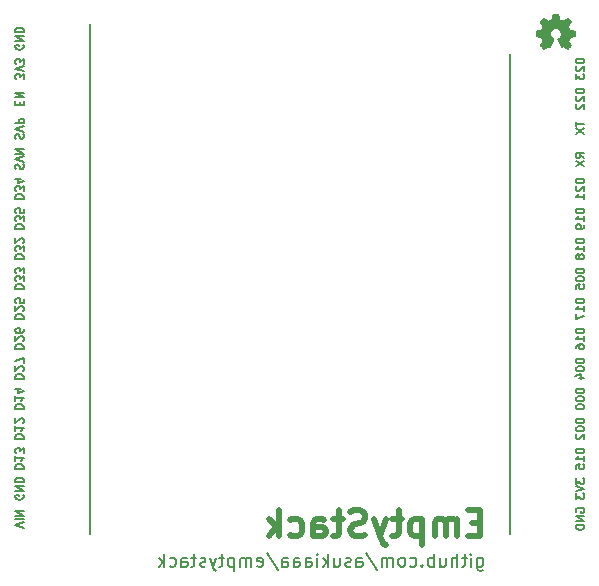
<source format=gbo>
G04 #@! TF.FileFunction,Legend,Bot*
%FSLAX46Y46*%
G04 Gerber Fmt 4.6, Leading zero omitted, Abs format (unit mm)*
G04 Created by KiCad (PCBNEW 4.0.6-e0-6349~52~ubuntu16.10.1) date Fri Apr 28 23:22:40 2017*
%MOMM*%
%LPD*%
G01*
G04 APERTURE LIST*
%ADD10C,0.100000*%
%ADD11C,0.200000*%
%ADD12C,0.500000*%
%ADD13C,0.175000*%
%ADD14C,0.010000*%
%ADD15C,1.924000*%
%ADD16R,2.100000X2.100000*%
%ADD17O,2.100000X2.100000*%
G04 APERTURE END LIST*
D10*
D11*
X189280800Y-72390000D02*
X189280800Y-113017300D01*
X153708100Y-113030000D02*
X153708100Y-69850000D01*
D12*
X186755560Y-112110857D02*
X186022227Y-112110857D01*
X185707941Y-113263238D02*
X186755560Y-113263238D01*
X186755560Y-111063238D01*
X185707941Y-111063238D01*
X184765084Y-113263238D02*
X184765084Y-111796571D01*
X184765084Y-112006095D02*
X184660323Y-111901333D01*
X184450799Y-111796571D01*
X184136513Y-111796571D01*
X183926989Y-111901333D01*
X183822227Y-112110857D01*
X183822227Y-113263238D01*
X183822227Y-112110857D02*
X183717465Y-111901333D01*
X183507942Y-111796571D01*
X183193656Y-111796571D01*
X182984132Y-111901333D01*
X182879370Y-112110857D01*
X182879370Y-113263238D01*
X181831751Y-111796571D02*
X181831751Y-113996571D01*
X181831751Y-111901333D02*
X181622228Y-111796571D01*
X181203180Y-111796571D01*
X180993656Y-111901333D01*
X180888894Y-112006095D01*
X180784132Y-112215619D01*
X180784132Y-112844190D01*
X180888894Y-113053714D01*
X180993656Y-113158476D01*
X181203180Y-113263238D01*
X181622228Y-113263238D01*
X181831751Y-113158476D01*
X180155561Y-111796571D02*
X179317466Y-111796571D01*
X179841275Y-111063238D02*
X179841275Y-112948952D01*
X179736514Y-113158476D01*
X179526990Y-113263238D01*
X179317466Y-113263238D01*
X178793656Y-111796571D02*
X178269847Y-113263238D01*
X177746037Y-111796571D02*
X178269847Y-113263238D01*
X178479371Y-113787048D01*
X178584132Y-113891810D01*
X178793656Y-113996571D01*
X177012704Y-113158476D02*
X176698419Y-113263238D01*
X176174609Y-113263238D01*
X175965085Y-113158476D01*
X175860323Y-113053714D01*
X175755562Y-112844190D01*
X175755562Y-112634667D01*
X175860323Y-112425143D01*
X175965085Y-112320381D01*
X176174609Y-112215619D01*
X176593657Y-112110857D01*
X176803181Y-112006095D01*
X176907942Y-111901333D01*
X177012704Y-111691810D01*
X177012704Y-111482286D01*
X176907942Y-111272762D01*
X176803181Y-111168000D01*
X176593657Y-111063238D01*
X176069847Y-111063238D01*
X175755562Y-111168000D01*
X175126990Y-111796571D02*
X174288895Y-111796571D01*
X174812704Y-111063238D02*
X174812704Y-112948952D01*
X174707943Y-113158476D01*
X174498419Y-113263238D01*
X174288895Y-113263238D01*
X172612704Y-113263238D02*
X172612704Y-112110857D01*
X172717466Y-111901333D01*
X172926990Y-111796571D01*
X173346038Y-111796571D01*
X173555561Y-111901333D01*
X172612704Y-113158476D02*
X172822228Y-113263238D01*
X173346038Y-113263238D01*
X173555561Y-113158476D01*
X173660323Y-112948952D01*
X173660323Y-112739429D01*
X173555561Y-112529905D01*
X173346038Y-112425143D01*
X172822228Y-112425143D01*
X172612704Y-112320381D01*
X170622228Y-113158476D02*
X170831752Y-113263238D01*
X171250800Y-113263238D01*
X171460324Y-113158476D01*
X171565085Y-113053714D01*
X171669847Y-112844190D01*
X171669847Y-112215619D01*
X171565085Y-112006095D01*
X171460324Y-111901333D01*
X171250800Y-111796571D01*
X170831752Y-111796571D01*
X170622228Y-111901333D01*
X169679371Y-113263238D02*
X169679371Y-111063238D01*
X169469848Y-112425143D02*
X168841276Y-113263238D01*
X168841276Y-111796571D02*
X169679371Y-112634667D01*
D13*
X195541067Y-81226834D02*
X195207733Y-80993500D01*
X195541067Y-80826834D02*
X194841067Y-80826834D01*
X194841067Y-81093500D01*
X194874400Y-81160167D01*
X194907733Y-81193500D01*
X194974400Y-81226834D01*
X195074400Y-81226834D01*
X195141067Y-81193500D01*
X195174400Y-81160167D01*
X195207733Y-81093500D01*
X195207733Y-80826834D01*
X194841067Y-81460167D02*
X195541067Y-81926834D01*
X194841067Y-81926834D02*
X195541067Y-81460167D01*
X147384333Y-99910000D02*
X148084333Y-99910000D01*
X148084333Y-99743334D01*
X148051000Y-99643334D01*
X147984333Y-99576667D01*
X147917667Y-99543334D01*
X147784333Y-99510000D01*
X147684333Y-99510000D01*
X147551000Y-99543334D01*
X147484333Y-99576667D01*
X147417667Y-99643334D01*
X147384333Y-99743334D01*
X147384333Y-99910000D01*
X148017667Y-99243334D02*
X148051000Y-99210000D01*
X148084333Y-99143334D01*
X148084333Y-98976667D01*
X148051000Y-98910000D01*
X148017667Y-98876667D01*
X147951000Y-98843334D01*
X147884333Y-98843334D01*
X147784333Y-98876667D01*
X147384333Y-99276667D01*
X147384333Y-98843334D01*
X148084333Y-98610000D02*
X148084333Y-98143333D01*
X147384333Y-98443333D01*
X194874400Y-111226667D02*
X194841067Y-111160001D01*
X194841067Y-111060001D01*
X194874400Y-110960001D01*
X194941067Y-110893334D01*
X195007733Y-110860001D01*
X195141067Y-110826667D01*
X195241067Y-110826667D01*
X195374400Y-110860001D01*
X195441067Y-110893334D01*
X195507733Y-110960001D01*
X195541067Y-111060001D01*
X195541067Y-111126667D01*
X195507733Y-111226667D01*
X195474400Y-111260001D01*
X195241067Y-111260001D01*
X195241067Y-111126667D01*
X195541067Y-111560001D02*
X194841067Y-111560001D01*
X195541067Y-111960001D01*
X194841067Y-111960001D01*
X195541067Y-112293334D02*
X194841067Y-112293334D01*
X194841067Y-112460000D01*
X194874400Y-112560000D01*
X194941067Y-112626667D01*
X195007733Y-112660000D01*
X195141067Y-112693334D01*
X195241067Y-112693334D01*
X195374400Y-112660000D01*
X195441067Y-112626667D01*
X195507733Y-112560000D01*
X195541067Y-112460000D01*
X195541067Y-112293334D01*
D11*
X186478799Y-115080286D02*
X186478799Y-115970762D01*
X186531180Y-116075524D01*
X186583561Y-116127905D01*
X186688322Y-116180286D01*
X186845465Y-116180286D01*
X186950227Y-116127905D01*
X186478799Y-115761238D02*
X186583561Y-115813619D01*
X186793084Y-115813619D01*
X186897846Y-115761238D01*
X186950227Y-115708857D01*
X187002608Y-115604095D01*
X187002608Y-115289810D01*
X186950227Y-115185048D01*
X186897846Y-115132667D01*
X186793084Y-115080286D01*
X186583561Y-115080286D01*
X186478799Y-115132667D01*
X185954989Y-115813619D02*
X185954989Y-115080286D01*
X185954989Y-114713619D02*
X186007370Y-114766000D01*
X185954989Y-114818381D01*
X185902608Y-114766000D01*
X185954989Y-114713619D01*
X185954989Y-114818381D01*
X185588322Y-115080286D02*
X185169274Y-115080286D01*
X185431179Y-114713619D02*
X185431179Y-115656476D01*
X185378798Y-115761238D01*
X185274036Y-115813619D01*
X185169274Y-115813619D01*
X184802608Y-115813619D02*
X184802608Y-114713619D01*
X184331180Y-115813619D02*
X184331180Y-115237429D01*
X184383561Y-115132667D01*
X184488323Y-115080286D01*
X184645465Y-115080286D01*
X184750227Y-115132667D01*
X184802608Y-115185048D01*
X183335942Y-115080286D02*
X183335942Y-115813619D01*
X183807370Y-115080286D02*
X183807370Y-115656476D01*
X183754989Y-115761238D01*
X183650227Y-115813619D01*
X183493085Y-115813619D01*
X183388323Y-115761238D01*
X183335942Y-115708857D01*
X182812132Y-115813619D02*
X182812132Y-114713619D01*
X182812132Y-115132667D02*
X182707370Y-115080286D01*
X182497847Y-115080286D01*
X182393085Y-115132667D01*
X182340704Y-115185048D01*
X182288323Y-115289810D01*
X182288323Y-115604095D01*
X182340704Y-115708857D01*
X182393085Y-115761238D01*
X182497847Y-115813619D01*
X182707370Y-115813619D01*
X182812132Y-115761238D01*
X181816894Y-115708857D02*
X181764513Y-115761238D01*
X181816894Y-115813619D01*
X181869275Y-115761238D01*
X181816894Y-115708857D01*
X181816894Y-115813619D01*
X180821656Y-115761238D02*
X180926418Y-115813619D01*
X181135941Y-115813619D01*
X181240703Y-115761238D01*
X181293084Y-115708857D01*
X181345465Y-115604095D01*
X181345465Y-115289810D01*
X181293084Y-115185048D01*
X181240703Y-115132667D01*
X181135941Y-115080286D01*
X180926418Y-115080286D01*
X180821656Y-115132667D01*
X180193084Y-115813619D02*
X180297846Y-115761238D01*
X180350227Y-115708857D01*
X180402608Y-115604095D01*
X180402608Y-115289810D01*
X180350227Y-115185048D01*
X180297846Y-115132667D01*
X180193084Y-115080286D01*
X180035942Y-115080286D01*
X179931180Y-115132667D01*
X179878799Y-115185048D01*
X179826418Y-115289810D01*
X179826418Y-115604095D01*
X179878799Y-115708857D01*
X179931180Y-115761238D01*
X180035942Y-115813619D01*
X180193084Y-115813619D01*
X179354989Y-115813619D02*
X179354989Y-115080286D01*
X179354989Y-115185048D02*
X179302608Y-115132667D01*
X179197846Y-115080286D01*
X179040704Y-115080286D01*
X178935942Y-115132667D01*
X178883561Y-115237429D01*
X178883561Y-115813619D01*
X178883561Y-115237429D02*
X178831180Y-115132667D01*
X178726418Y-115080286D01*
X178569275Y-115080286D01*
X178464513Y-115132667D01*
X178412132Y-115237429D01*
X178412132Y-115813619D01*
X177102608Y-114661238D02*
X178045465Y-116075524D01*
X176264513Y-115813619D02*
X176264513Y-115237429D01*
X176316894Y-115132667D01*
X176421656Y-115080286D01*
X176631179Y-115080286D01*
X176735941Y-115132667D01*
X176264513Y-115761238D02*
X176369275Y-115813619D01*
X176631179Y-115813619D01*
X176735941Y-115761238D01*
X176788322Y-115656476D01*
X176788322Y-115551714D01*
X176735941Y-115446952D01*
X176631179Y-115394571D01*
X176369275Y-115394571D01*
X176264513Y-115342190D01*
X175793084Y-115761238D02*
X175688322Y-115813619D01*
X175478798Y-115813619D01*
X175374037Y-115761238D01*
X175321656Y-115656476D01*
X175321656Y-115604095D01*
X175374037Y-115499333D01*
X175478798Y-115446952D01*
X175635941Y-115446952D01*
X175740703Y-115394571D01*
X175793084Y-115289810D01*
X175793084Y-115237429D01*
X175740703Y-115132667D01*
X175635941Y-115080286D01*
X175478798Y-115080286D01*
X175374037Y-115132667D01*
X174378799Y-115080286D02*
X174378799Y-115813619D01*
X174850227Y-115080286D02*
X174850227Y-115656476D01*
X174797846Y-115761238D01*
X174693084Y-115813619D01*
X174535942Y-115813619D01*
X174431180Y-115761238D01*
X174378799Y-115708857D01*
X173854989Y-115813619D02*
X173854989Y-114713619D01*
X173750227Y-115394571D02*
X173435942Y-115813619D01*
X173435942Y-115080286D02*
X173854989Y-115499333D01*
X172964513Y-115813619D02*
X172964513Y-115080286D01*
X172964513Y-114713619D02*
X173016894Y-114766000D01*
X172964513Y-114818381D01*
X172912132Y-114766000D01*
X172964513Y-114713619D01*
X172964513Y-114818381D01*
X171969275Y-115813619D02*
X171969275Y-115237429D01*
X172021656Y-115132667D01*
X172126418Y-115080286D01*
X172335941Y-115080286D01*
X172440703Y-115132667D01*
X171969275Y-115761238D02*
X172074037Y-115813619D01*
X172335941Y-115813619D01*
X172440703Y-115761238D01*
X172493084Y-115656476D01*
X172493084Y-115551714D01*
X172440703Y-115446952D01*
X172335941Y-115394571D01*
X172074037Y-115394571D01*
X171969275Y-115342190D01*
X170974037Y-115813619D02*
X170974037Y-115237429D01*
X171026418Y-115132667D01*
X171131180Y-115080286D01*
X171340703Y-115080286D01*
X171445465Y-115132667D01*
X170974037Y-115761238D02*
X171078799Y-115813619D01*
X171340703Y-115813619D01*
X171445465Y-115761238D01*
X171497846Y-115656476D01*
X171497846Y-115551714D01*
X171445465Y-115446952D01*
X171340703Y-115394571D01*
X171078799Y-115394571D01*
X170974037Y-115342190D01*
X169978799Y-115813619D02*
X169978799Y-115237429D01*
X170031180Y-115132667D01*
X170135942Y-115080286D01*
X170345465Y-115080286D01*
X170450227Y-115132667D01*
X169978799Y-115761238D02*
X170083561Y-115813619D01*
X170345465Y-115813619D01*
X170450227Y-115761238D01*
X170502608Y-115656476D01*
X170502608Y-115551714D01*
X170450227Y-115446952D01*
X170345465Y-115394571D01*
X170083561Y-115394571D01*
X169978799Y-115342190D01*
X168669275Y-114661238D02*
X169612132Y-116075524D01*
X167883561Y-115761238D02*
X167988323Y-115813619D01*
X168197846Y-115813619D01*
X168302608Y-115761238D01*
X168354989Y-115656476D01*
X168354989Y-115237429D01*
X168302608Y-115132667D01*
X168197846Y-115080286D01*
X167988323Y-115080286D01*
X167883561Y-115132667D01*
X167831180Y-115237429D01*
X167831180Y-115342190D01*
X168354989Y-115446952D01*
X167359751Y-115813619D02*
X167359751Y-115080286D01*
X167359751Y-115185048D02*
X167307370Y-115132667D01*
X167202608Y-115080286D01*
X167045466Y-115080286D01*
X166940704Y-115132667D01*
X166888323Y-115237429D01*
X166888323Y-115813619D01*
X166888323Y-115237429D02*
X166835942Y-115132667D01*
X166731180Y-115080286D01*
X166574037Y-115080286D01*
X166469275Y-115132667D01*
X166416894Y-115237429D01*
X166416894Y-115813619D01*
X165893084Y-115080286D02*
X165893084Y-116180286D01*
X165893084Y-115132667D02*
X165788322Y-115080286D01*
X165578799Y-115080286D01*
X165474037Y-115132667D01*
X165421656Y-115185048D01*
X165369275Y-115289810D01*
X165369275Y-115604095D01*
X165421656Y-115708857D01*
X165474037Y-115761238D01*
X165578799Y-115813619D01*
X165788322Y-115813619D01*
X165893084Y-115761238D01*
X165054989Y-115080286D02*
X164635941Y-115080286D01*
X164897846Y-114713619D02*
X164897846Y-115656476D01*
X164845465Y-115761238D01*
X164740703Y-115813619D01*
X164635941Y-115813619D01*
X164374037Y-115080286D02*
X164112132Y-115813619D01*
X163850228Y-115080286D02*
X164112132Y-115813619D01*
X164216894Y-116075524D01*
X164269275Y-116127905D01*
X164374037Y-116180286D01*
X163483561Y-115761238D02*
X163378799Y-115813619D01*
X163169275Y-115813619D01*
X163064514Y-115761238D01*
X163012133Y-115656476D01*
X163012133Y-115604095D01*
X163064514Y-115499333D01*
X163169275Y-115446952D01*
X163326418Y-115446952D01*
X163431180Y-115394571D01*
X163483561Y-115289810D01*
X163483561Y-115237429D01*
X163431180Y-115132667D01*
X163326418Y-115080286D01*
X163169275Y-115080286D01*
X163064514Y-115132667D01*
X162697847Y-115080286D02*
X162278799Y-115080286D01*
X162540704Y-114713619D02*
X162540704Y-115656476D01*
X162488323Y-115761238D01*
X162383561Y-115813619D01*
X162278799Y-115813619D01*
X161440705Y-115813619D02*
X161440705Y-115237429D01*
X161493086Y-115132667D01*
X161597848Y-115080286D01*
X161807371Y-115080286D01*
X161912133Y-115132667D01*
X161440705Y-115761238D02*
X161545467Y-115813619D01*
X161807371Y-115813619D01*
X161912133Y-115761238D01*
X161964514Y-115656476D01*
X161964514Y-115551714D01*
X161912133Y-115446952D01*
X161807371Y-115394571D01*
X161545467Y-115394571D01*
X161440705Y-115342190D01*
X160445467Y-115761238D02*
X160550229Y-115813619D01*
X160759752Y-115813619D01*
X160864514Y-115761238D01*
X160916895Y-115708857D01*
X160969276Y-115604095D01*
X160969276Y-115289810D01*
X160916895Y-115185048D01*
X160864514Y-115132667D01*
X160759752Y-115080286D01*
X160550229Y-115080286D01*
X160445467Y-115132667D01*
X159974038Y-115813619D02*
X159974038Y-114713619D01*
X159869276Y-115394571D02*
X159554991Y-115813619D01*
X159554991Y-115080286D02*
X159974038Y-115499333D01*
D13*
X195541067Y-72810000D02*
X194841067Y-72810000D01*
X194841067Y-72976666D01*
X194874400Y-73076666D01*
X194941067Y-73143333D01*
X195007733Y-73176666D01*
X195141067Y-73210000D01*
X195241067Y-73210000D01*
X195374400Y-73176666D01*
X195441067Y-73143333D01*
X195507733Y-73076666D01*
X195541067Y-72976666D01*
X195541067Y-72810000D01*
X194907733Y-73476666D02*
X194874400Y-73510000D01*
X194841067Y-73576666D01*
X194841067Y-73743333D01*
X194874400Y-73810000D01*
X194907733Y-73843333D01*
X194974400Y-73876666D01*
X195041067Y-73876666D01*
X195141067Y-73843333D01*
X195541067Y-73443333D01*
X195541067Y-73876666D01*
X194841067Y-74110000D02*
X194841067Y-74543333D01*
X195107733Y-74310000D01*
X195107733Y-74410000D01*
X195141067Y-74476667D01*
X195174400Y-74510000D01*
X195241067Y-74543333D01*
X195407733Y-74543333D01*
X195474400Y-74510000D01*
X195507733Y-74476667D01*
X195541067Y-74410000D01*
X195541067Y-74210000D01*
X195507733Y-74143333D01*
X195474400Y-74110000D01*
X195541067Y-75350000D02*
X194841067Y-75350000D01*
X194841067Y-75516666D01*
X194874400Y-75616666D01*
X194941067Y-75683333D01*
X195007733Y-75716666D01*
X195141067Y-75750000D01*
X195241067Y-75750000D01*
X195374400Y-75716666D01*
X195441067Y-75683333D01*
X195507733Y-75616666D01*
X195541067Y-75516666D01*
X195541067Y-75350000D01*
X194907733Y-76016666D02*
X194874400Y-76050000D01*
X194841067Y-76116666D01*
X194841067Y-76283333D01*
X194874400Y-76350000D01*
X194907733Y-76383333D01*
X194974400Y-76416666D01*
X195041067Y-76416666D01*
X195141067Y-76383333D01*
X195541067Y-75983333D01*
X195541067Y-76416666D01*
X194907733Y-76683333D02*
X194874400Y-76716667D01*
X194841067Y-76783333D01*
X194841067Y-76950000D01*
X194874400Y-77016667D01*
X194907733Y-77050000D01*
X194974400Y-77083333D01*
X195041067Y-77083333D01*
X195141067Y-77050000D01*
X195541067Y-76650000D01*
X195541067Y-77083333D01*
X195541067Y-82970000D02*
X194841067Y-82970000D01*
X194841067Y-83136666D01*
X194874400Y-83236666D01*
X194941067Y-83303333D01*
X195007733Y-83336666D01*
X195141067Y-83370000D01*
X195241067Y-83370000D01*
X195374400Y-83336666D01*
X195441067Y-83303333D01*
X195507733Y-83236666D01*
X195541067Y-83136666D01*
X195541067Y-82970000D01*
X194907733Y-83636666D02*
X194874400Y-83670000D01*
X194841067Y-83736666D01*
X194841067Y-83903333D01*
X194874400Y-83970000D01*
X194907733Y-84003333D01*
X194974400Y-84036666D01*
X195041067Y-84036666D01*
X195141067Y-84003333D01*
X195541067Y-83603333D01*
X195541067Y-84036666D01*
X195541067Y-84703333D02*
X195541067Y-84303333D01*
X195541067Y-84503333D02*
X194841067Y-84503333D01*
X194941067Y-84436667D01*
X195007733Y-84370000D01*
X195041067Y-84303333D01*
X195541067Y-85510000D02*
X194841067Y-85510000D01*
X194841067Y-85676666D01*
X194874400Y-85776666D01*
X194941067Y-85843333D01*
X195007733Y-85876666D01*
X195141067Y-85910000D01*
X195241067Y-85910000D01*
X195374400Y-85876666D01*
X195441067Y-85843333D01*
X195507733Y-85776666D01*
X195541067Y-85676666D01*
X195541067Y-85510000D01*
X195541067Y-86576666D02*
X195541067Y-86176666D01*
X195541067Y-86376666D02*
X194841067Y-86376666D01*
X194941067Y-86310000D01*
X195007733Y-86243333D01*
X195041067Y-86176666D01*
X195541067Y-86910000D02*
X195541067Y-87043333D01*
X195507733Y-87110000D01*
X195474400Y-87143333D01*
X195374400Y-87210000D01*
X195241067Y-87243333D01*
X194974400Y-87243333D01*
X194907733Y-87210000D01*
X194874400Y-87176667D01*
X194841067Y-87110000D01*
X194841067Y-86976667D01*
X194874400Y-86910000D01*
X194907733Y-86876667D01*
X194974400Y-86843333D01*
X195141067Y-86843333D01*
X195207733Y-86876667D01*
X195241067Y-86910000D01*
X195274400Y-86976667D01*
X195274400Y-87110000D01*
X195241067Y-87176667D01*
X195207733Y-87210000D01*
X195141067Y-87243333D01*
X195541067Y-88050000D02*
X194841067Y-88050000D01*
X194841067Y-88216666D01*
X194874400Y-88316666D01*
X194941067Y-88383333D01*
X195007733Y-88416666D01*
X195141067Y-88450000D01*
X195241067Y-88450000D01*
X195374400Y-88416666D01*
X195441067Y-88383333D01*
X195507733Y-88316666D01*
X195541067Y-88216666D01*
X195541067Y-88050000D01*
X195541067Y-89116666D02*
X195541067Y-88716666D01*
X195541067Y-88916666D02*
X194841067Y-88916666D01*
X194941067Y-88850000D01*
X195007733Y-88783333D01*
X195041067Y-88716666D01*
X195141067Y-89516667D02*
X195107733Y-89450000D01*
X195074400Y-89416667D01*
X195007733Y-89383333D01*
X194974400Y-89383333D01*
X194907733Y-89416667D01*
X194874400Y-89450000D01*
X194841067Y-89516667D01*
X194841067Y-89650000D01*
X194874400Y-89716667D01*
X194907733Y-89750000D01*
X194974400Y-89783333D01*
X195007733Y-89783333D01*
X195074400Y-89750000D01*
X195107733Y-89716667D01*
X195141067Y-89650000D01*
X195141067Y-89516667D01*
X195174400Y-89450000D01*
X195207733Y-89416667D01*
X195274400Y-89383333D01*
X195407733Y-89383333D01*
X195474400Y-89416667D01*
X195507733Y-89450000D01*
X195541067Y-89516667D01*
X195541067Y-89650000D01*
X195507733Y-89716667D01*
X195474400Y-89750000D01*
X195407733Y-89783333D01*
X195274400Y-89783333D01*
X195207733Y-89750000D01*
X195174400Y-89716667D01*
X195141067Y-89650000D01*
X195541067Y-90590000D02*
X194841067Y-90590000D01*
X194841067Y-90756666D01*
X194874400Y-90856666D01*
X194941067Y-90923333D01*
X195007733Y-90956666D01*
X195141067Y-90990000D01*
X195241067Y-90990000D01*
X195374400Y-90956666D01*
X195441067Y-90923333D01*
X195507733Y-90856666D01*
X195541067Y-90756666D01*
X195541067Y-90590000D01*
X194841067Y-91423333D02*
X194841067Y-91490000D01*
X194874400Y-91556666D01*
X194907733Y-91590000D01*
X194974400Y-91623333D01*
X195107733Y-91656666D01*
X195274400Y-91656666D01*
X195407733Y-91623333D01*
X195474400Y-91590000D01*
X195507733Y-91556666D01*
X195541067Y-91490000D01*
X195541067Y-91423333D01*
X195507733Y-91356666D01*
X195474400Y-91323333D01*
X195407733Y-91290000D01*
X195274400Y-91256666D01*
X195107733Y-91256666D01*
X194974400Y-91290000D01*
X194907733Y-91323333D01*
X194874400Y-91356666D01*
X194841067Y-91423333D01*
X194841067Y-92290000D02*
X194841067Y-91956667D01*
X195174400Y-91923333D01*
X195141067Y-91956667D01*
X195107733Y-92023333D01*
X195107733Y-92190000D01*
X195141067Y-92256667D01*
X195174400Y-92290000D01*
X195241067Y-92323333D01*
X195407733Y-92323333D01*
X195474400Y-92290000D01*
X195507733Y-92256667D01*
X195541067Y-92190000D01*
X195541067Y-92023333D01*
X195507733Y-91956667D01*
X195474400Y-91923333D01*
X195541067Y-93130000D02*
X194841067Y-93130000D01*
X194841067Y-93296666D01*
X194874400Y-93396666D01*
X194941067Y-93463333D01*
X195007733Y-93496666D01*
X195141067Y-93530000D01*
X195241067Y-93530000D01*
X195374400Y-93496666D01*
X195441067Y-93463333D01*
X195507733Y-93396666D01*
X195541067Y-93296666D01*
X195541067Y-93130000D01*
X195541067Y-94196666D02*
X195541067Y-93796666D01*
X195541067Y-93996666D02*
X194841067Y-93996666D01*
X194941067Y-93930000D01*
X195007733Y-93863333D01*
X195041067Y-93796666D01*
X194841067Y-94430000D02*
X194841067Y-94896667D01*
X195541067Y-94596667D01*
X195541067Y-95670000D02*
X194841067Y-95670000D01*
X194841067Y-95836666D01*
X194874400Y-95936666D01*
X194941067Y-96003333D01*
X195007733Y-96036666D01*
X195141067Y-96070000D01*
X195241067Y-96070000D01*
X195374400Y-96036666D01*
X195441067Y-96003333D01*
X195507733Y-95936666D01*
X195541067Y-95836666D01*
X195541067Y-95670000D01*
X195541067Y-96736666D02*
X195541067Y-96336666D01*
X195541067Y-96536666D02*
X194841067Y-96536666D01*
X194941067Y-96470000D01*
X195007733Y-96403333D01*
X195041067Y-96336666D01*
X194841067Y-97336667D02*
X194841067Y-97203333D01*
X194874400Y-97136667D01*
X194907733Y-97103333D01*
X195007733Y-97036667D01*
X195141067Y-97003333D01*
X195407733Y-97003333D01*
X195474400Y-97036667D01*
X195507733Y-97070000D01*
X195541067Y-97136667D01*
X195541067Y-97270000D01*
X195507733Y-97336667D01*
X195474400Y-97370000D01*
X195407733Y-97403333D01*
X195241067Y-97403333D01*
X195174400Y-97370000D01*
X195141067Y-97336667D01*
X195107733Y-97270000D01*
X195107733Y-97136667D01*
X195141067Y-97070000D01*
X195174400Y-97036667D01*
X195241067Y-97003333D01*
X195541067Y-98210000D02*
X194841067Y-98210000D01*
X194841067Y-98376666D01*
X194874400Y-98476666D01*
X194941067Y-98543333D01*
X195007733Y-98576666D01*
X195141067Y-98610000D01*
X195241067Y-98610000D01*
X195374400Y-98576666D01*
X195441067Y-98543333D01*
X195507733Y-98476666D01*
X195541067Y-98376666D01*
X195541067Y-98210000D01*
X194841067Y-99043333D02*
X194841067Y-99110000D01*
X194874400Y-99176666D01*
X194907733Y-99210000D01*
X194974400Y-99243333D01*
X195107733Y-99276666D01*
X195274400Y-99276666D01*
X195407733Y-99243333D01*
X195474400Y-99210000D01*
X195507733Y-99176666D01*
X195541067Y-99110000D01*
X195541067Y-99043333D01*
X195507733Y-98976666D01*
X195474400Y-98943333D01*
X195407733Y-98910000D01*
X195274400Y-98876666D01*
X195107733Y-98876666D01*
X194974400Y-98910000D01*
X194907733Y-98943333D01*
X194874400Y-98976666D01*
X194841067Y-99043333D01*
X195074400Y-99876667D02*
X195541067Y-99876667D01*
X194807733Y-99710000D02*
X195307733Y-99543333D01*
X195307733Y-99976667D01*
X195541067Y-100750000D02*
X194841067Y-100750000D01*
X194841067Y-100916666D01*
X194874400Y-101016666D01*
X194941067Y-101083333D01*
X195007733Y-101116666D01*
X195141067Y-101150000D01*
X195241067Y-101150000D01*
X195374400Y-101116666D01*
X195441067Y-101083333D01*
X195507733Y-101016666D01*
X195541067Y-100916666D01*
X195541067Y-100750000D01*
X194841067Y-101583333D02*
X194841067Y-101650000D01*
X194874400Y-101716666D01*
X194907733Y-101750000D01*
X194974400Y-101783333D01*
X195107733Y-101816666D01*
X195274400Y-101816666D01*
X195407733Y-101783333D01*
X195474400Y-101750000D01*
X195507733Y-101716666D01*
X195541067Y-101650000D01*
X195541067Y-101583333D01*
X195507733Y-101516666D01*
X195474400Y-101483333D01*
X195407733Y-101450000D01*
X195274400Y-101416666D01*
X195107733Y-101416666D01*
X194974400Y-101450000D01*
X194907733Y-101483333D01*
X194874400Y-101516666D01*
X194841067Y-101583333D01*
X194841067Y-102250000D02*
X194841067Y-102316667D01*
X194874400Y-102383333D01*
X194907733Y-102416667D01*
X194974400Y-102450000D01*
X195107733Y-102483333D01*
X195274400Y-102483333D01*
X195407733Y-102450000D01*
X195474400Y-102416667D01*
X195507733Y-102383333D01*
X195541067Y-102316667D01*
X195541067Y-102250000D01*
X195507733Y-102183333D01*
X195474400Y-102150000D01*
X195407733Y-102116667D01*
X195274400Y-102083333D01*
X195107733Y-102083333D01*
X194974400Y-102116667D01*
X194907733Y-102150000D01*
X194874400Y-102183333D01*
X194841067Y-102250000D01*
X195541067Y-103290000D02*
X194841067Y-103290000D01*
X194841067Y-103456666D01*
X194874400Y-103556666D01*
X194941067Y-103623333D01*
X195007733Y-103656666D01*
X195141067Y-103690000D01*
X195241067Y-103690000D01*
X195374400Y-103656666D01*
X195441067Y-103623333D01*
X195507733Y-103556666D01*
X195541067Y-103456666D01*
X195541067Y-103290000D01*
X194841067Y-104123333D02*
X194841067Y-104190000D01*
X194874400Y-104256666D01*
X194907733Y-104290000D01*
X194974400Y-104323333D01*
X195107733Y-104356666D01*
X195274400Y-104356666D01*
X195407733Y-104323333D01*
X195474400Y-104290000D01*
X195507733Y-104256666D01*
X195541067Y-104190000D01*
X195541067Y-104123333D01*
X195507733Y-104056666D01*
X195474400Y-104023333D01*
X195407733Y-103990000D01*
X195274400Y-103956666D01*
X195107733Y-103956666D01*
X194974400Y-103990000D01*
X194907733Y-104023333D01*
X194874400Y-104056666D01*
X194841067Y-104123333D01*
X194907733Y-104623333D02*
X194874400Y-104656667D01*
X194841067Y-104723333D01*
X194841067Y-104890000D01*
X194874400Y-104956667D01*
X194907733Y-104990000D01*
X194974400Y-105023333D01*
X195041067Y-105023333D01*
X195141067Y-104990000D01*
X195541067Y-104590000D01*
X195541067Y-105023333D01*
X194841067Y-78143167D02*
X194841067Y-78543167D01*
X195541067Y-78343167D02*
X194841067Y-78343167D01*
X194841067Y-78709833D02*
X195541067Y-79176500D01*
X194841067Y-79176500D02*
X195541067Y-78709833D01*
X195541067Y-105830000D02*
X194841067Y-105830000D01*
X194841067Y-105996666D01*
X194874400Y-106096666D01*
X194941067Y-106163333D01*
X195007733Y-106196666D01*
X195141067Y-106230000D01*
X195241067Y-106230000D01*
X195374400Y-106196666D01*
X195441067Y-106163333D01*
X195507733Y-106096666D01*
X195541067Y-105996666D01*
X195541067Y-105830000D01*
X195541067Y-106896666D02*
X195541067Y-106496666D01*
X195541067Y-106696666D02*
X194841067Y-106696666D01*
X194941067Y-106630000D01*
X195007733Y-106563333D01*
X195041067Y-106496666D01*
X194841067Y-107530000D02*
X194841067Y-107196667D01*
X195174400Y-107163333D01*
X195141067Y-107196667D01*
X195107733Y-107263333D01*
X195107733Y-107430000D01*
X195141067Y-107496667D01*
X195174400Y-107530000D01*
X195241067Y-107563333D01*
X195407733Y-107563333D01*
X195474400Y-107530000D01*
X195507733Y-107496667D01*
X195541067Y-107430000D01*
X195541067Y-107263333D01*
X195507733Y-107196667D01*
X195474400Y-107163333D01*
X194841067Y-108353333D02*
X194841067Y-108786666D01*
X195107733Y-108553333D01*
X195107733Y-108653333D01*
X195141067Y-108720000D01*
X195174400Y-108753333D01*
X195241067Y-108786666D01*
X195407733Y-108786666D01*
X195474400Y-108753333D01*
X195507733Y-108720000D01*
X195541067Y-108653333D01*
X195541067Y-108453333D01*
X195507733Y-108386666D01*
X195474400Y-108353333D01*
X194841067Y-108986667D02*
X195541067Y-109220000D01*
X194841067Y-109453333D01*
X194841067Y-109620000D02*
X194841067Y-110053333D01*
X195107733Y-109820000D01*
X195107733Y-109920000D01*
X195141067Y-109986667D01*
X195174400Y-110020000D01*
X195241067Y-110053333D01*
X195407733Y-110053333D01*
X195474400Y-110020000D01*
X195507733Y-109986667D01*
X195541067Y-109920000D01*
X195541067Y-109720000D01*
X195507733Y-109653333D01*
X195474400Y-109620000D01*
X148084333Y-112526666D02*
X147384333Y-112293333D01*
X148084333Y-112060000D01*
X147384333Y-111826666D02*
X148084333Y-111826666D01*
X147384333Y-111493333D02*
X148084333Y-111493333D01*
X147384333Y-111093333D01*
X148084333Y-111093333D01*
X148051000Y-109753333D02*
X148084333Y-109819999D01*
X148084333Y-109919999D01*
X148051000Y-110019999D01*
X147984333Y-110086666D01*
X147917667Y-110119999D01*
X147784333Y-110153333D01*
X147684333Y-110153333D01*
X147551000Y-110119999D01*
X147484333Y-110086666D01*
X147417667Y-110019999D01*
X147384333Y-109919999D01*
X147384333Y-109853333D01*
X147417667Y-109753333D01*
X147451000Y-109719999D01*
X147684333Y-109719999D01*
X147684333Y-109853333D01*
X147384333Y-109419999D02*
X148084333Y-109419999D01*
X147384333Y-109019999D01*
X148084333Y-109019999D01*
X147384333Y-108686666D02*
X148084333Y-108686666D01*
X148084333Y-108520000D01*
X148051000Y-108420000D01*
X147984333Y-108353333D01*
X147917667Y-108320000D01*
X147784333Y-108286666D01*
X147684333Y-108286666D01*
X147551000Y-108320000D01*
X147484333Y-108353333D01*
X147417667Y-108420000D01*
X147384333Y-108520000D01*
X147384333Y-108686666D01*
X147384333Y-107530000D02*
X148084333Y-107530000D01*
X148084333Y-107363334D01*
X148051000Y-107263334D01*
X147984333Y-107196667D01*
X147917667Y-107163334D01*
X147784333Y-107130000D01*
X147684333Y-107130000D01*
X147551000Y-107163334D01*
X147484333Y-107196667D01*
X147417667Y-107263334D01*
X147384333Y-107363334D01*
X147384333Y-107530000D01*
X147384333Y-106463334D02*
X147384333Y-106863334D01*
X147384333Y-106663334D02*
X148084333Y-106663334D01*
X147984333Y-106730000D01*
X147917667Y-106796667D01*
X147884333Y-106863334D01*
X148084333Y-106230000D02*
X148084333Y-105796667D01*
X147817667Y-106030000D01*
X147817667Y-105930000D01*
X147784333Y-105863333D01*
X147751000Y-105830000D01*
X147684333Y-105796667D01*
X147517667Y-105796667D01*
X147451000Y-105830000D01*
X147417667Y-105863333D01*
X147384333Y-105930000D01*
X147384333Y-106130000D01*
X147417667Y-106196667D01*
X147451000Y-106230000D01*
X147384333Y-104990000D02*
X148084333Y-104990000D01*
X148084333Y-104823334D01*
X148051000Y-104723334D01*
X147984333Y-104656667D01*
X147917667Y-104623334D01*
X147784333Y-104590000D01*
X147684333Y-104590000D01*
X147551000Y-104623334D01*
X147484333Y-104656667D01*
X147417667Y-104723334D01*
X147384333Y-104823334D01*
X147384333Y-104990000D01*
X147384333Y-103923334D02*
X147384333Y-104323334D01*
X147384333Y-104123334D02*
X148084333Y-104123334D01*
X147984333Y-104190000D01*
X147917667Y-104256667D01*
X147884333Y-104323334D01*
X148017667Y-103656667D02*
X148051000Y-103623333D01*
X148084333Y-103556667D01*
X148084333Y-103390000D01*
X148051000Y-103323333D01*
X148017667Y-103290000D01*
X147951000Y-103256667D01*
X147884333Y-103256667D01*
X147784333Y-103290000D01*
X147384333Y-103690000D01*
X147384333Y-103256667D01*
X147384333Y-102450000D02*
X148084333Y-102450000D01*
X148084333Y-102283334D01*
X148051000Y-102183334D01*
X147984333Y-102116667D01*
X147917667Y-102083334D01*
X147784333Y-102050000D01*
X147684333Y-102050000D01*
X147551000Y-102083334D01*
X147484333Y-102116667D01*
X147417667Y-102183334D01*
X147384333Y-102283334D01*
X147384333Y-102450000D01*
X147384333Y-101383334D02*
X147384333Y-101783334D01*
X147384333Y-101583334D02*
X148084333Y-101583334D01*
X147984333Y-101650000D01*
X147917667Y-101716667D01*
X147884333Y-101783334D01*
X147851000Y-100783333D02*
X147384333Y-100783333D01*
X148117667Y-100950000D02*
X147617667Y-101116667D01*
X147617667Y-100683333D01*
X147384333Y-97370000D02*
X148084333Y-97370000D01*
X148084333Y-97203334D01*
X148051000Y-97103334D01*
X147984333Y-97036667D01*
X147917667Y-97003334D01*
X147784333Y-96970000D01*
X147684333Y-96970000D01*
X147551000Y-97003334D01*
X147484333Y-97036667D01*
X147417667Y-97103334D01*
X147384333Y-97203334D01*
X147384333Y-97370000D01*
X148017667Y-96703334D02*
X148051000Y-96670000D01*
X148084333Y-96603334D01*
X148084333Y-96436667D01*
X148051000Y-96370000D01*
X148017667Y-96336667D01*
X147951000Y-96303334D01*
X147884333Y-96303334D01*
X147784333Y-96336667D01*
X147384333Y-96736667D01*
X147384333Y-96303334D01*
X148084333Y-95703333D02*
X148084333Y-95836667D01*
X148051000Y-95903333D01*
X148017667Y-95936667D01*
X147917667Y-96003333D01*
X147784333Y-96036667D01*
X147517667Y-96036667D01*
X147451000Y-96003333D01*
X147417667Y-95970000D01*
X147384333Y-95903333D01*
X147384333Y-95770000D01*
X147417667Y-95703333D01*
X147451000Y-95670000D01*
X147517667Y-95636667D01*
X147684333Y-95636667D01*
X147751000Y-95670000D01*
X147784333Y-95703333D01*
X147817667Y-95770000D01*
X147817667Y-95903333D01*
X147784333Y-95970000D01*
X147751000Y-96003333D01*
X147684333Y-96036667D01*
X147384333Y-94830000D02*
X148084333Y-94830000D01*
X148084333Y-94663334D01*
X148051000Y-94563334D01*
X147984333Y-94496667D01*
X147917667Y-94463334D01*
X147784333Y-94430000D01*
X147684333Y-94430000D01*
X147551000Y-94463334D01*
X147484333Y-94496667D01*
X147417667Y-94563334D01*
X147384333Y-94663334D01*
X147384333Y-94830000D01*
X148017667Y-94163334D02*
X148051000Y-94130000D01*
X148084333Y-94063334D01*
X148084333Y-93896667D01*
X148051000Y-93830000D01*
X148017667Y-93796667D01*
X147951000Y-93763334D01*
X147884333Y-93763334D01*
X147784333Y-93796667D01*
X147384333Y-94196667D01*
X147384333Y-93763334D01*
X148084333Y-93130000D02*
X148084333Y-93463333D01*
X147751000Y-93496667D01*
X147784333Y-93463333D01*
X147817667Y-93396667D01*
X147817667Y-93230000D01*
X147784333Y-93163333D01*
X147751000Y-93130000D01*
X147684333Y-93096667D01*
X147517667Y-93096667D01*
X147451000Y-93130000D01*
X147417667Y-93163333D01*
X147384333Y-93230000D01*
X147384333Y-93396667D01*
X147417667Y-93463333D01*
X147451000Y-93496667D01*
X147384333Y-92290000D02*
X148084333Y-92290000D01*
X148084333Y-92123334D01*
X148051000Y-92023334D01*
X147984333Y-91956667D01*
X147917667Y-91923334D01*
X147784333Y-91890000D01*
X147684333Y-91890000D01*
X147551000Y-91923334D01*
X147484333Y-91956667D01*
X147417667Y-92023334D01*
X147384333Y-92123334D01*
X147384333Y-92290000D01*
X148084333Y-91656667D02*
X148084333Y-91223334D01*
X147817667Y-91456667D01*
X147817667Y-91356667D01*
X147784333Y-91290000D01*
X147751000Y-91256667D01*
X147684333Y-91223334D01*
X147517667Y-91223334D01*
X147451000Y-91256667D01*
X147417667Y-91290000D01*
X147384333Y-91356667D01*
X147384333Y-91556667D01*
X147417667Y-91623334D01*
X147451000Y-91656667D01*
X148084333Y-90990000D02*
X148084333Y-90556667D01*
X147817667Y-90790000D01*
X147817667Y-90690000D01*
X147784333Y-90623333D01*
X147751000Y-90590000D01*
X147684333Y-90556667D01*
X147517667Y-90556667D01*
X147451000Y-90590000D01*
X147417667Y-90623333D01*
X147384333Y-90690000D01*
X147384333Y-90890000D01*
X147417667Y-90956667D01*
X147451000Y-90990000D01*
X147384333Y-89750000D02*
X148084333Y-89750000D01*
X148084333Y-89583334D01*
X148051000Y-89483334D01*
X147984333Y-89416667D01*
X147917667Y-89383334D01*
X147784333Y-89350000D01*
X147684333Y-89350000D01*
X147551000Y-89383334D01*
X147484333Y-89416667D01*
X147417667Y-89483334D01*
X147384333Y-89583334D01*
X147384333Y-89750000D01*
X148084333Y-89116667D02*
X148084333Y-88683334D01*
X147817667Y-88916667D01*
X147817667Y-88816667D01*
X147784333Y-88750000D01*
X147751000Y-88716667D01*
X147684333Y-88683334D01*
X147517667Y-88683334D01*
X147451000Y-88716667D01*
X147417667Y-88750000D01*
X147384333Y-88816667D01*
X147384333Y-89016667D01*
X147417667Y-89083334D01*
X147451000Y-89116667D01*
X148017667Y-88416667D02*
X148051000Y-88383333D01*
X148084333Y-88316667D01*
X148084333Y-88150000D01*
X148051000Y-88083333D01*
X148017667Y-88050000D01*
X147951000Y-88016667D01*
X147884333Y-88016667D01*
X147784333Y-88050000D01*
X147384333Y-88450000D01*
X147384333Y-88016667D01*
X147384333Y-87210000D02*
X148084333Y-87210000D01*
X148084333Y-87043334D01*
X148051000Y-86943334D01*
X147984333Y-86876667D01*
X147917667Y-86843334D01*
X147784333Y-86810000D01*
X147684333Y-86810000D01*
X147551000Y-86843334D01*
X147484333Y-86876667D01*
X147417667Y-86943334D01*
X147384333Y-87043334D01*
X147384333Y-87210000D01*
X148084333Y-86576667D02*
X148084333Y-86143334D01*
X147817667Y-86376667D01*
X147817667Y-86276667D01*
X147784333Y-86210000D01*
X147751000Y-86176667D01*
X147684333Y-86143334D01*
X147517667Y-86143334D01*
X147451000Y-86176667D01*
X147417667Y-86210000D01*
X147384333Y-86276667D01*
X147384333Y-86476667D01*
X147417667Y-86543334D01*
X147451000Y-86576667D01*
X148084333Y-85510000D02*
X148084333Y-85843333D01*
X147751000Y-85876667D01*
X147784333Y-85843333D01*
X147817667Y-85776667D01*
X147817667Y-85610000D01*
X147784333Y-85543333D01*
X147751000Y-85510000D01*
X147684333Y-85476667D01*
X147517667Y-85476667D01*
X147451000Y-85510000D01*
X147417667Y-85543333D01*
X147384333Y-85610000D01*
X147384333Y-85776667D01*
X147417667Y-85843333D01*
X147451000Y-85876667D01*
X147384333Y-84670000D02*
X148084333Y-84670000D01*
X148084333Y-84503334D01*
X148051000Y-84403334D01*
X147984333Y-84336667D01*
X147917667Y-84303334D01*
X147784333Y-84270000D01*
X147684333Y-84270000D01*
X147551000Y-84303334D01*
X147484333Y-84336667D01*
X147417667Y-84403334D01*
X147384333Y-84503334D01*
X147384333Y-84670000D01*
X148084333Y-84036667D02*
X148084333Y-83603334D01*
X147817667Y-83836667D01*
X147817667Y-83736667D01*
X147784333Y-83670000D01*
X147751000Y-83636667D01*
X147684333Y-83603334D01*
X147517667Y-83603334D01*
X147451000Y-83636667D01*
X147417667Y-83670000D01*
X147384333Y-83736667D01*
X147384333Y-83936667D01*
X147417667Y-84003334D01*
X147451000Y-84036667D01*
X147851000Y-83003333D02*
X147384333Y-83003333D01*
X148117667Y-83170000D02*
X147617667Y-83336667D01*
X147617667Y-82903333D01*
X147417667Y-82146667D02*
X147384333Y-82046667D01*
X147384333Y-81880000D01*
X147417667Y-81813333D01*
X147451000Y-81780000D01*
X147517667Y-81746667D01*
X147584333Y-81746667D01*
X147651000Y-81780000D01*
X147684333Y-81813333D01*
X147717667Y-81880000D01*
X147751000Y-82013333D01*
X147784333Y-82080000D01*
X147817667Y-82113333D01*
X147884333Y-82146667D01*
X147951000Y-82146667D01*
X148017667Y-82113333D01*
X148051000Y-82080000D01*
X148084333Y-82013333D01*
X148084333Y-81846667D01*
X148051000Y-81746667D01*
X148084333Y-81546666D02*
X147384333Y-81313333D01*
X148084333Y-81080000D01*
X147384333Y-80846666D02*
X148084333Y-80846666D01*
X147384333Y-80446666D01*
X148084333Y-80446666D01*
X147417667Y-79590000D02*
X147384333Y-79490000D01*
X147384333Y-79323333D01*
X147417667Y-79256666D01*
X147451000Y-79223333D01*
X147517667Y-79190000D01*
X147584333Y-79190000D01*
X147651000Y-79223333D01*
X147684333Y-79256666D01*
X147717667Y-79323333D01*
X147751000Y-79456666D01*
X147784333Y-79523333D01*
X147817667Y-79556666D01*
X147884333Y-79590000D01*
X147951000Y-79590000D01*
X148017667Y-79556666D01*
X148051000Y-79523333D01*
X148084333Y-79456666D01*
X148084333Y-79290000D01*
X148051000Y-79190000D01*
X148084333Y-78989999D02*
X147384333Y-78756666D01*
X148084333Y-78523333D01*
X147384333Y-78289999D02*
X148084333Y-78289999D01*
X148084333Y-78023333D01*
X148051000Y-77956666D01*
X148017667Y-77923333D01*
X147951000Y-77889999D01*
X147851000Y-77889999D01*
X147784333Y-77923333D01*
X147751000Y-77956666D01*
X147717667Y-78023333D01*
X147717667Y-78289999D01*
X147751000Y-76716666D02*
X147751000Y-76483333D01*
X147384333Y-76383333D02*
X147384333Y-76716666D01*
X148084333Y-76716666D01*
X148084333Y-76383333D01*
X147384333Y-76083333D02*
X148084333Y-76083333D01*
X147384333Y-75683333D01*
X148084333Y-75683333D01*
X148084333Y-74526667D02*
X148084333Y-74093334D01*
X147817667Y-74326667D01*
X147817667Y-74226667D01*
X147784333Y-74160000D01*
X147751000Y-74126667D01*
X147684333Y-74093334D01*
X147517667Y-74093334D01*
X147451000Y-74126667D01*
X147417667Y-74160000D01*
X147384333Y-74226667D01*
X147384333Y-74426667D01*
X147417667Y-74493334D01*
X147451000Y-74526667D01*
X148084333Y-73893333D02*
X147384333Y-73660000D01*
X148084333Y-73426667D01*
X148084333Y-73260000D02*
X148084333Y-72826667D01*
X147817667Y-73060000D01*
X147817667Y-72960000D01*
X147784333Y-72893333D01*
X147751000Y-72860000D01*
X147684333Y-72826667D01*
X147517667Y-72826667D01*
X147451000Y-72860000D01*
X147417667Y-72893333D01*
X147384333Y-72960000D01*
X147384333Y-73160000D01*
X147417667Y-73226667D01*
X147451000Y-73260000D01*
X148051000Y-71653333D02*
X148084333Y-71719999D01*
X148084333Y-71819999D01*
X148051000Y-71919999D01*
X147984333Y-71986666D01*
X147917667Y-72019999D01*
X147784333Y-72053333D01*
X147684333Y-72053333D01*
X147551000Y-72019999D01*
X147484333Y-71986666D01*
X147417667Y-71919999D01*
X147384333Y-71819999D01*
X147384333Y-71753333D01*
X147417667Y-71653333D01*
X147451000Y-71619999D01*
X147684333Y-71619999D01*
X147684333Y-71753333D01*
X147384333Y-71319999D02*
X148084333Y-71319999D01*
X147384333Y-70919999D01*
X148084333Y-70919999D01*
X147384333Y-70586666D02*
X148084333Y-70586666D01*
X148084333Y-70420000D01*
X148051000Y-70320000D01*
X147984333Y-70253333D01*
X147917667Y-70220000D01*
X147784333Y-70186666D01*
X147684333Y-70186666D01*
X147551000Y-70220000D01*
X147484333Y-70253333D01*
X147417667Y-70320000D01*
X147384333Y-70420000D01*
X147384333Y-70586666D01*
D14*
G36*
X192840575Y-69257517D02*
X192828430Y-69322571D01*
X192816965Y-69380876D01*
X192806973Y-69428636D01*
X192799245Y-69462052D01*
X192794721Y-69477061D01*
X192781226Y-69487872D01*
X192751566Y-69503889D01*
X192710373Y-69523229D01*
X192662282Y-69544006D01*
X192611927Y-69564338D01*
X192563941Y-69582341D01*
X192522958Y-69596129D01*
X192493612Y-69603821D01*
X192481672Y-69604335D01*
X192467686Y-69596298D01*
X192438809Y-69577808D01*
X192398293Y-69551012D01*
X192349388Y-69518055D01*
X192302197Y-69485803D01*
X192248721Y-69449266D01*
X192200898Y-69417044D01*
X192161947Y-69391271D01*
X192135088Y-69374081D01*
X192124012Y-69367747D01*
X192111869Y-69373389D01*
X192087594Y-69392335D01*
X192054095Y-69421710D01*
X192014279Y-69458643D01*
X191971052Y-69500260D01*
X191927323Y-69543688D01*
X191885998Y-69586055D01*
X191849985Y-69624486D01*
X191822191Y-69656110D01*
X191805522Y-69678053D01*
X191802026Y-69685944D01*
X191808020Y-69700221D01*
X191824683Y-69729413D01*
X191850038Y-69770330D01*
X191882110Y-69819778D01*
X191917982Y-69873191D01*
X191954645Y-69927618D01*
X191986540Y-69976324D01*
X192011698Y-70016191D01*
X192028153Y-70044104D01*
X192033939Y-70056873D01*
X192029689Y-70071836D01*
X192018253Y-70102288D01*
X192001608Y-70143616D01*
X191981725Y-70191211D01*
X191960581Y-70240461D01*
X191940147Y-70286756D01*
X191922400Y-70325485D01*
X191909312Y-70352038D01*
X191903571Y-70361368D01*
X191891521Y-70365141D01*
X191861841Y-70372165D01*
X191818609Y-70381622D01*
X191765903Y-70392692D01*
X191707803Y-70404556D01*
X191648385Y-70416396D01*
X191591729Y-70427393D01*
X191541912Y-70436728D01*
X191503015Y-70443582D01*
X191479113Y-70447136D01*
X191474799Y-70447452D01*
X191472485Y-70457828D01*
X191470936Y-70486322D01*
X191470090Y-70528978D01*
X191469888Y-70581841D01*
X191470270Y-70640958D01*
X191471177Y-70702373D01*
X191472548Y-70762131D01*
X191474325Y-70816278D01*
X191476447Y-70860859D01*
X191478855Y-70891920D01*
X191481488Y-70905506D01*
X191481720Y-70905729D01*
X191495685Y-70909879D01*
X191527673Y-70917211D01*
X191573978Y-70926944D01*
X191630894Y-70938295D01*
X191686845Y-70949008D01*
X191751324Y-70961813D01*
X191808123Y-70974401D01*
X191853560Y-70985855D01*
X191883956Y-70995259D01*
X191895113Y-71000840D01*
X191904149Y-71016396D01*
X191918882Y-71047866D01*
X191937417Y-71090556D01*
X191957864Y-71139771D01*
X191978328Y-71190813D01*
X191996918Y-71238988D01*
X192011741Y-71279601D01*
X192020904Y-71307954D01*
X192022937Y-71317971D01*
X192016905Y-71331453D01*
X192000199Y-71359762D01*
X191974865Y-71399666D01*
X191942944Y-71447933D01*
X191912461Y-71492683D01*
X191876517Y-71545802D01*
X191845465Y-71593645D01*
X191821360Y-71632885D01*
X191806255Y-71660197D01*
X191802026Y-71671443D01*
X191809471Y-71683840D01*
X191829865Y-71708561D01*
X191860300Y-71742616D01*
X191897864Y-71783011D01*
X191939649Y-71826755D01*
X191982745Y-71870856D01*
X192024241Y-71912322D01*
X192061228Y-71948160D01*
X192090797Y-71975378D01*
X192110037Y-71990985D01*
X192115265Y-71993539D01*
X192127018Y-71987579D01*
X192153711Y-71971076D01*
X192192151Y-71946096D01*
X192239145Y-71914706D01*
X192277907Y-71888320D01*
X192330016Y-71852882D01*
X192376716Y-71821699D01*
X192414579Y-71797016D01*
X192440177Y-71781075D01*
X192449060Y-71776283D01*
X192467255Y-71777541D01*
X192498731Y-71787297D01*
X192537313Y-71803590D01*
X192541939Y-71805800D01*
X192580126Y-71822609D01*
X192611846Y-71833558D01*
X192631001Y-71836593D01*
X192632385Y-71836250D01*
X192639010Y-71825514D01*
X192652852Y-71797204D01*
X192672695Y-71754158D01*
X192697323Y-71699215D01*
X192725522Y-71635216D01*
X192756074Y-71564999D01*
X192787765Y-71491404D01*
X192819379Y-71417269D01*
X192849700Y-71345435D01*
X192877513Y-71278740D01*
X192901602Y-71220024D01*
X192920751Y-71172125D01*
X192933745Y-71137884D01*
X192939369Y-71120139D01*
X192939504Y-71118935D01*
X192931231Y-71109750D01*
X192909140Y-71091033D01*
X192877323Y-71066180D01*
X192862627Y-71055160D01*
X192785663Y-70986035D01*
X192727076Y-70907968D01*
X192687046Y-70823451D01*
X192665753Y-70734975D01*
X192663377Y-70645032D01*
X192680096Y-70556113D01*
X192716092Y-70470709D01*
X192771542Y-70391313D01*
X192811779Y-70349832D01*
X192887940Y-70293186D01*
X192969752Y-70255995D01*
X193054752Y-70237172D01*
X193140474Y-70235629D01*
X193224456Y-70250278D01*
X193304233Y-70280033D01*
X193377341Y-70323806D01*
X193441316Y-70380510D01*
X193493694Y-70449057D01*
X193532011Y-70528361D01*
X193553802Y-70617334D01*
X193557939Y-70679089D01*
X193547499Y-70778012D01*
X193516393Y-70869444D01*
X193464941Y-70952783D01*
X193393463Y-71027424D01*
X193358729Y-71055160D01*
X193324141Y-71081531D01*
X193297624Y-71103138D01*
X193283271Y-71116586D01*
X193281852Y-71118935D01*
X193286054Y-71133553D01*
X193297847Y-71165158D01*
X193316017Y-71210911D01*
X193339345Y-71267972D01*
X193366615Y-71333502D01*
X193396611Y-71404662D01*
X193428115Y-71478612D01*
X193459912Y-71552514D01*
X193490784Y-71623527D01*
X193519515Y-71688812D01*
X193544889Y-71745531D01*
X193565687Y-71790843D01*
X193580695Y-71821909D01*
X193588695Y-71835891D01*
X193589276Y-71836367D01*
X193606023Y-71834562D01*
X193636357Y-71824381D01*
X193674396Y-71807880D01*
X193683580Y-71803425D01*
X193762243Y-71764481D01*
X193929646Y-71879010D01*
X193983323Y-71915397D01*
X194030903Y-71947015D01*
X194069342Y-71971892D01*
X194095591Y-71988054D01*
X194106490Y-71993539D01*
X194116864Y-71986068D01*
X194140189Y-71965254D01*
X194173924Y-71933494D01*
X194215526Y-71893187D01*
X194262453Y-71846730D01*
X194267630Y-71841548D01*
X194314654Y-71793523D01*
X194355747Y-71749816D01*
X194388491Y-71713140D01*
X194410471Y-71686212D01*
X194419268Y-71671745D01*
X194419330Y-71671152D01*
X194413291Y-71656409D01*
X194396542Y-71626960D01*
X194371138Y-71586122D01*
X194339133Y-71537215D01*
X194308895Y-71492683D01*
X194273014Y-71439882D01*
X194241998Y-71392722D01*
X194217891Y-71354435D01*
X194202736Y-71328254D01*
X194198420Y-71317971D01*
X194202518Y-71300938D01*
X194213596Y-71268373D01*
X194229760Y-71224973D01*
X194249118Y-71175433D01*
X194269777Y-71124449D01*
X194289844Y-71076716D01*
X194307427Y-71036930D01*
X194320634Y-71009786D01*
X194326243Y-71000840D01*
X194341403Y-70993826D01*
X194374652Y-70984003D01*
X194422309Y-70972288D01*
X194480693Y-70959598D01*
X194534511Y-70949008D01*
X194597703Y-70936879D01*
X194653545Y-70925679D01*
X194698334Y-70916193D01*
X194728362Y-70909200D01*
X194739636Y-70905729D01*
X194742286Y-70893811D01*
X194744715Y-70864082D01*
X194746863Y-70820496D01*
X194748672Y-70767009D01*
X194750080Y-70707574D01*
X194751029Y-70646146D01*
X194751458Y-70586681D01*
X194751308Y-70533132D01*
X194750519Y-70489454D01*
X194749031Y-70459602D01*
X194746785Y-70447531D01*
X194746558Y-70447452D01*
X194729457Y-70445373D01*
X194695803Y-70439682D01*
X194649673Y-70431197D01*
X194595147Y-70420738D01*
X194536302Y-70409123D01*
X194477217Y-70397172D01*
X194421971Y-70385702D01*
X194374641Y-70375533D01*
X194339306Y-70367483D01*
X194320045Y-70362372D01*
X194317785Y-70361368D01*
X194309764Y-70347670D01*
X194295527Y-70318159D01*
X194277047Y-70277446D01*
X194256299Y-70230142D01*
X194235256Y-70180857D01*
X194215894Y-70134203D01*
X194200185Y-70094789D01*
X194190104Y-70067227D01*
X194187417Y-70056873D01*
X194193392Y-70043759D01*
X194210006Y-70015625D01*
X194235290Y-69975588D01*
X194267279Y-69926763D01*
X194303374Y-69873191D01*
X194340092Y-69818496D01*
X194372024Y-69769218D01*
X194397191Y-69728549D01*
X194413618Y-69699682D01*
X194419330Y-69685944D01*
X194411817Y-69672161D01*
X194391215Y-69646758D01*
X194360431Y-69612608D01*
X194322374Y-69572583D01*
X194279949Y-69529556D01*
X194236064Y-69486402D01*
X194193627Y-69445991D01*
X194155544Y-69411199D01*
X194124723Y-69384897D01*
X194104071Y-69369958D01*
X194097344Y-69367747D01*
X194083791Y-69375620D01*
X194055311Y-69393952D01*
X194015126Y-69420611D01*
X193966455Y-69453463D01*
X193919160Y-69485803D01*
X193865575Y-69522392D01*
X193817532Y-69554703D01*
X193778279Y-69580589D01*
X193751068Y-69597902D01*
X193739684Y-69604335D01*
X193722879Y-69602828D01*
X193690758Y-69593727D01*
X193647954Y-69578916D01*
X193599101Y-69560280D01*
X193548833Y-69539702D01*
X193501784Y-69519067D01*
X193462587Y-69500257D01*
X193435877Y-69485158D01*
X193426635Y-69477061D01*
X193421800Y-69460818D01*
X193413944Y-69426618D01*
X193403862Y-69378258D01*
X193392345Y-69319537D01*
X193380781Y-69257517D01*
X193344112Y-69055974D01*
X192877244Y-69055974D01*
X192840575Y-69257517D01*
X192840575Y-69257517D01*
G37*
X192840575Y-69257517D02*
X192828430Y-69322571D01*
X192816965Y-69380876D01*
X192806973Y-69428636D01*
X192799245Y-69462052D01*
X192794721Y-69477061D01*
X192781226Y-69487872D01*
X192751566Y-69503889D01*
X192710373Y-69523229D01*
X192662282Y-69544006D01*
X192611927Y-69564338D01*
X192563941Y-69582341D01*
X192522958Y-69596129D01*
X192493612Y-69603821D01*
X192481672Y-69604335D01*
X192467686Y-69596298D01*
X192438809Y-69577808D01*
X192398293Y-69551012D01*
X192349388Y-69518055D01*
X192302197Y-69485803D01*
X192248721Y-69449266D01*
X192200898Y-69417044D01*
X192161947Y-69391271D01*
X192135088Y-69374081D01*
X192124012Y-69367747D01*
X192111869Y-69373389D01*
X192087594Y-69392335D01*
X192054095Y-69421710D01*
X192014279Y-69458643D01*
X191971052Y-69500260D01*
X191927323Y-69543688D01*
X191885998Y-69586055D01*
X191849985Y-69624486D01*
X191822191Y-69656110D01*
X191805522Y-69678053D01*
X191802026Y-69685944D01*
X191808020Y-69700221D01*
X191824683Y-69729413D01*
X191850038Y-69770330D01*
X191882110Y-69819778D01*
X191917982Y-69873191D01*
X191954645Y-69927618D01*
X191986540Y-69976324D01*
X192011698Y-70016191D01*
X192028153Y-70044104D01*
X192033939Y-70056873D01*
X192029689Y-70071836D01*
X192018253Y-70102288D01*
X192001608Y-70143616D01*
X191981725Y-70191211D01*
X191960581Y-70240461D01*
X191940147Y-70286756D01*
X191922400Y-70325485D01*
X191909312Y-70352038D01*
X191903571Y-70361368D01*
X191891521Y-70365141D01*
X191861841Y-70372165D01*
X191818609Y-70381622D01*
X191765903Y-70392692D01*
X191707803Y-70404556D01*
X191648385Y-70416396D01*
X191591729Y-70427393D01*
X191541912Y-70436728D01*
X191503015Y-70443582D01*
X191479113Y-70447136D01*
X191474799Y-70447452D01*
X191472485Y-70457828D01*
X191470936Y-70486322D01*
X191470090Y-70528978D01*
X191469888Y-70581841D01*
X191470270Y-70640958D01*
X191471177Y-70702373D01*
X191472548Y-70762131D01*
X191474325Y-70816278D01*
X191476447Y-70860859D01*
X191478855Y-70891920D01*
X191481488Y-70905506D01*
X191481720Y-70905729D01*
X191495685Y-70909879D01*
X191527673Y-70917211D01*
X191573978Y-70926944D01*
X191630894Y-70938295D01*
X191686845Y-70949008D01*
X191751324Y-70961813D01*
X191808123Y-70974401D01*
X191853560Y-70985855D01*
X191883956Y-70995259D01*
X191895113Y-71000840D01*
X191904149Y-71016396D01*
X191918882Y-71047866D01*
X191937417Y-71090556D01*
X191957864Y-71139771D01*
X191978328Y-71190813D01*
X191996918Y-71238988D01*
X192011741Y-71279601D01*
X192020904Y-71307954D01*
X192022937Y-71317971D01*
X192016905Y-71331453D01*
X192000199Y-71359762D01*
X191974865Y-71399666D01*
X191942944Y-71447933D01*
X191912461Y-71492683D01*
X191876517Y-71545802D01*
X191845465Y-71593645D01*
X191821360Y-71632885D01*
X191806255Y-71660197D01*
X191802026Y-71671443D01*
X191809471Y-71683840D01*
X191829865Y-71708561D01*
X191860300Y-71742616D01*
X191897864Y-71783011D01*
X191939649Y-71826755D01*
X191982745Y-71870856D01*
X192024241Y-71912322D01*
X192061228Y-71948160D01*
X192090797Y-71975378D01*
X192110037Y-71990985D01*
X192115265Y-71993539D01*
X192127018Y-71987579D01*
X192153711Y-71971076D01*
X192192151Y-71946096D01*
X192239145Y-71914706D01*
X192277907Y-71888320D01*
X192330016Y-71852882D01*
X192376716Y-71821699D01*
X192414579Y-71797016D01*
X192440177Y-71781075D01*
X192449060Y-71776283D01*
X192467255Y-71777541D01*
X192498731Y-71787297D01*
X192537313Y-71803590D01*
X192541939Y-71805800D01*
X192580126Y-71822609D01*
X192611846Y-71833558D01*
X192631001Y-71836593D01*
X192632385Y-71836250D01*
X192639010Y-71825514D01*
X192652852Y-71797204D01*
X192672695Y-71754158D01*
X192697323Y-71699215D01*
X192725522Y-71635216D01*
X192756074Y-71564999D01*
X192787765Y-71491404D01*
X192819379Y-71417269D01*
X192849700Y-71345435D01*
X192877513Y-71278740D01*
X192901602Y-71220024D01*
X192920751Y-71172125D01*
X192933745Y-71137884D01*
X192939369Y-71120139D01*
X192939504Y-71118935D01*
X192931231Y-71109750D01*
X192909140Y-71091033D01*
X192877323Y-71066180D01*
X192862627Y-71055160D01*
X192785663Y-70986035D01*
X192727076Y-70907968D01*
X192687046Y-70823451D01*
X192665753Y-70734975D01*
X192663377Y-70645032D01*
X192680096Y-70556113D01*
X192716092Y-70470709D01*
X192771542Y-70391313D01*
X192811779Y-70349832D01*
X192887940Y-70293186D01*
X192969752Y-70255995D01*
X193054752Y-70237172D01*
X193140474Y-70235629D01*
X193224456Y-70250278D01*
X193304233Y-70280033D01*
X193377341Y-70323806D01*
X193441316Y-70380510D01*
X193493694Y-70449057D01*
X193532011Y-70528361D01*
X193553802Y-70617334D01*
X193557939Y-70679089D01*
X193547499Y-70778012D01*
X193516393Y-70869444D01*
X193464941Y-70952783D01*
X193393463Y-71027424D01*
X193358729Y-71055160D01*
X193324141Y-71081531D01*
X193297624Y-71103138D01*
X193283271Y-71116586D01*
X193281852Y-71118935D01*
X193286054Y-71133553D01*
X193297847Y-71165158D01*
X193316017Y-71210911D01*
X193339345Y-71267972D01*
X193366615Y-71333502D01*
X193396611Y-71404662D01*
X193428115Y-71478612D01*
X193459912Y-71552514D01*
X193490784Y-71623527D01*
X193519515Y-71688812D01*
X193544889Y-71745531D01*
X193565687Y-71790843D01*
X193580695Y-71821909D01*
X193588695Y-71835891D01*
X193589276Y-71836367D01*
X193606023Y-71834562D01*
X193636357Y-71824381D01*
X193674396Y-71807880D01*
X193683580Y-71803425D01*
X193762243Y-71764481D01*
X193929646Y-71879010D01*
X193983323Y-71915397D01*
X194030903Y-71947015D01*
X194069342Y-71971892D01*
X194095591Y-71988054D01*
X194106490Y-71993539D01*
X194116864Y-71986068D01*
X194140189Y-71965254D01*
X194173924Y-71933494D01*
X194215526Y-71893187D01*
X194262453Y-71846730D01*
X194267630Y-71841548D01*
X194314654Y-71793523D01*
X194355747Y-71749816D01*
X194388491Y-71713140D01*
X194410471Y-71686212D01*
X194419268Y-71671745D01*
X194419330Y-71671152D01*
X194413291Y-71656409D01*
X194396542Y-71626960D01*
X194371138Y-71586122D01*
X194339133Y-71537215D01*
X194308895Y-71492683D01*
X194273014Y-71439882D01*
X194241998Y-71392722D01*
X194217891Y-71354435D01*
X194202736Y-71328254D01*
X194198420Y-71317971D01*
X194202518Y-71300938D01*
X194213596Y-71268373D01*
X194229760Y-71224973D01*
X194249118Y-71175433D01*
X194269777Y-71124449D01*
X194289844Y-71076716D01*
X194307427Y-71036930D01*
X194320634Y-71009786D01*
X194326243Y-71000840D01*
X194341403Y-70993826D01*
X194374652Y-70984003D01*
X194422309Y-70972288D01*
X194480693Y-70959598D01*
X194534511Y-70949008D01*
X194597703Y-70936879D01*
X194653545Y-70925679D01*
X194698334Y-70916193D01*
X194728362Y-70909200D01*
X194739636Y-70905729D01*
X194742286Y-70893811D01*
X194744715Y-70864082D01*
X194746863Y-70820496D01*
X194748672Y-70767009D01*
X194750080Y-70707574D01*
X194751029Y-70646146D01*
X194751458Y-70586681D01*
X194751308Y-70533132D01*
X194750519Y-70489454D01*
X194749031Y-70459602D01*
X194746785Y-70447531D01*
X194746558Y-70447452D01*
X194729457Y-70445373D01*
X194695803Y-70439682D01*
X194649673Y-70431197D01*
X194595147Y-70420738D01*
X194536302Y-70409123D01*
X194477217Y-70397172D01*
X194421971Y-70385702D01*
X194374641Y-70375533D01*
X194339306Y-70367483D01*
X194320045Y-70362372D01*
X194317785Y-70361368D01*
X194309764Y-70347670D01*
X194295527Y-70318159D01*
X194277047Y-70277446D01*
X194256299Y-70230142D01*
X194235256Y-70180857D01*
X194215894Y-70134203D01*
X194200185Y-70094789D01*
X194190104Y-70067227D01*
X194187417Y-70056873D01*
X194193392Y-70043759D01*
X194210006Y-70015625D01*
X194235290Y-69975588D01*
X194267279Y-69926763D01*
X194303374Y-69873191D01*
X194340092Y-69818496D01*
X194372024Y-69769218D01*
X194397191Y-69728549D01*
X194413618Y-69699682D01*
X194419330Y-69685944D01*
X194411817Y-69672161D01*
X194391215Y-69646758D01*
X194360431Y-69612608D01*
X194322374Y-69572583D01*
X194279949Y-69529556D01*
X194236064Y-69486402D01*
X194193627Y-69445991D01*
X194155544Y-69411199D01*
X194124723Y-69384897D01*
X194104071Y-69369958D01*
X194097344Y-69367747D01*
X194083791Y-69375620D01*
X194055311Y-69393952D01*
X194015126Y-69420611D01*
X193966455Y-69453463D01*
X193919160Y-69485803D01*
X193865575Y-69522392D01*
X193817532Y-69554703D01*
X193778279Y-69580589D01*
X193751068Y-69597902D01*
X193739684Y-69604335D01*
X193722879Y-69602828D01*
X193690758Y-69593727D01*
X193647954Y-69578916D01*
X193599101Y-69560280D01*
X193548833Y-69539702D01*
X193501784Y-69519067D01*
X193462587Y-69500257D01*
X193435877Y-69485158D01*
X193426635Y-69477061D01*
X193421800Y-69460818D01*
X193413944Y-69426618D01*
X193403862Y-69378258D01*
X193392345Y-69319537D01*
X193380781Y-69257517D01*
X193344112Y-69055974D01*
X192877244Y-69055974D01*
X192840575Y-69257517D01*
%LPC*%
D15*
X158394400Y-113030000D03*
X160394400Y-113030000D03*
X162394400Y-113030000D03*
X164394400Y-113030000D03*
D16*
X149860000Y-71120000D03*
D17*
X149860000Y-73660000D03*
X149860000Y-76200000D03*
X149860000Y-78740000D03*
X149860000Y-81280000D03*
X149860000Y-83820000D03*
X149860000Y-86360000D03*
X149860000Y-88900000D03*
X149860000Y-91440000D03*
X149860000Y-93980000D03*
X149860000Y-96520000D03*
X149860000Y-99060000D03*
X149860000Y-101600000D03*
X149860000Y-104140000D03*
X149860000Y-106680000D03*
X149860000Y-109220000D03*
X149860000Y-111760000D03*
X193103500Y-73660000D03*
X193103500Y-76200000D03*
X193103500Y-78740000D03*
X193103500Y-81280000D03*
X193103500Y-83820000D03*
X193103500Y-86360000D03*
X193103500Y-88900000D03*
X193103500Y-91440000D03*
X193103500Y-93980000D03*
X193103500Y-96520000D03*
X193103500Y-99060000D03*
X193103500Y-101600000D03*
X193103500Y-104140000D03*
X193103500Y-106680000D03*
X193103500Y-109220000D03*
X193103500Y-111760000D03*
D16*
X152425400Y-71120000D03*
D17*
X152425400Y-73660000D03*
X152425400Y-76200000D03*
X152425400Y-78740000D03*
X152425400Y-81280000D03*
X152425400Y-83820000D03*
X152425400Y-86360000D03*
X152425400Y-88900000D03*
X152425400Y-91440000D03*
X152425400Y-93980000D03*
X152425400Y-96520000D03*
X152425400Y-99060000D03*
X152425400Y-101600000D03*
X152425400Y-104140000D03*
X152425400Y-106680000D03*
X152425400Y-109220000D03*
X152425400Y-111760000D03*
X190550800Y-73660000D03*
X190550800Y-76200000D03*
X190550800Y-78740000D03*
X190550800Y-81280000D03*
X190550800Y-83820000D03*
X190550800Y-86360000D03*
X190550800Y-88900000D03*
X190550800Y-91440000D03*
X190550800Y-93980000D03*
X190550800Y-96520000D03*
X190550800Y-99060000D03*
X190550800Y-101600000D03*
X190550800Y-104140000D03*
X190550800Y-106680000D03*
X190550800Y-109220000D03*
X190550800Y-111760000D03*
X154990800Y-78740000D03*
X157530800Y-78740000D03*
X160070800Y-78740000D03*
X162610800Y-78740000D03*
X165150800Y-78740000D03*
X167690800Y-78740000D03*
X170230800Y-78740000D03*
X172770800Y-78740000D03*
X175310800Y-78740000D03*
X177850800Y-78740000D03*
X180390800Y-78740000D03*
X182930800Y-78740000D03*
X185470800Y-78740000D03*
X188010800Y-78740000D03*
X154990800Y-81280000D03*
X157530800Y-81280000D03*
X160070800Y-81280000D03*
X162610800Y-81280000D03*
X165150800Y-81280000D03*
X167690800Y-81280000D03*
X170230800Y-81280000D03*
X172770800Y-81280000D03*
X175310800Y-81280000D03*
X177850800Y-81280000D03*
X180390800Y-81280000D03*
X182930800Y-81280000D03*
X185470800Y-81280000D03*
X188010800Y-81280000D03*
X154990800Y-86360000D03*
X157530800Y-86360000D03*
X160070800Y-86360000D03*
X162610800Y-86360000D03*
X165150800Y-86360000D03*
X167690800Y-86360000D03*
X170230800Y-86360000D03*
X172770800Y-86360000D03*
X175310800Y-86360000D03*
X177850800Y-86360000D03*
X180390800Y-86360000D03*
X182930800Y-86360000D03*
X185470800Y-86360000D03*
X188010800Y-86360000D03*
X154990800Y-109220000D03*
X157530800Y-109220000D03*
X160070800Y-109220000D03*
X162610800Y-109220000D03*
X165150800Y-109220000D03*
X167690800Y-109220000D03*
X170230800Y-109220000D03*
X172770800Y-109220000D03*
X175310800Y-109220000D03*
X177850800Y-109220000D03*
X180390800Y-109220000D03*
X182930800Y-109220000D03*
X185470800Y-109220000D03*
X188010800Y-109220000D03*
X154990800Y-91440000D03*
X157530800Y-91440000D03*
X160070800Y-91440000D03*
X162610800Y-91440000D03*
X165150800Y-91440000D03*
X167690800Y-91440000D03*
X170230800Y-91440000D03*
X172770800Y-91440000D03*
X175310800Y-91440000D03*
X177850800Y-91440000D03*
X180390800Y-91440000D03*
X182930800Y-91440000D03*
X185470800Y-91440000D03*
X188010800Y-91440000D03*
X154990800Y-101600000D03*
X157530800Y-101600000D03*
X160070800Y-101600000D03*
X162610800Y-101600000D03*
X165150800Y-101600000D03*
X167690800Y-101600000D03*
X170230800Y-101600000D03*
X172770800Y-101600000D03*
X175310800Y-101600000D03*
X177850800Y-101600000D03*
X180390800Y-101600000D03*
X182930800Y-101600000D03*
X185470800Y-101600000D03*
X188010800Y-101600000D03*
X154990800Y-71120000D03*
X157530800Y-71120000D03*
X160070800Y-71120000D03*
X162610800Y-71120000D03*
X165150800Y-71120000D03*
X167690800Y-71120000D03*
X170230800Y-71120000D03*
X172770800Y-71120000D03*
X175310800Y-71120000D03*
X177850800Y-71120000D03*
X180390800Y-71120000D03*
X182930800Y-71120000D03*
X185470800Y-71120000D03*
X188010800Y-71120000D03*
X154990800Y-104140000D03*
X157530800Y-104140000D03*
X160070800Y-104140000D03*
X162610800Y-104140000D03*
X165150800Y-104140000D03*
X167690800Y-104140000D03*
X170230800Y-104140000D03*
X172770800Y-104140000D03*
X175310800Y-104140000D03*
X177850800Y-104140000D03*
X180390800Y-104140000D03*
X182930800Y-104140000D03*
X185470800Y-104140000D03*
X188010800Y-104140000D03*
X154990800Y-106680000D03*
X157530800Y-106680000D03*
X160070800Y-106680000D03*
X162610800Y-106680000D03*
X165150800Y-106680000D03*
X167690800Y-106680000D03*
X170230800Y-106680000D03*
X172770800Y-106680000D03*
X175310800Y-106680000D03*
X177850800Y-106680000D03*
X180390800Y-106680000D03*
X182930800Y-106680000D03*
X185470800Y-106680000D03*
X188010800Y-106680000D03*
X154990800Y-83820000D03*
X157530800Y-83820000D03*
X160070800Y-83820000D03*
X162610800Y-83820000D03*
X165150800Y-83820000D03*
X167690800Y-83820000D03*
X170230800Y-83820000D03*
X172770800Y-83820000D03*
X175310800Y-83820000D03*
X177850800Y-83820000D03*
X180390800Y-83820000D03*
X182930800Y-83820000D03*
X185470800Y-83820000D03*
X188010800Y-83820000D03*
X154990800Y-76200000D03*
X157530800Y-76200000D03*
X160070800Y-76200000D03*
X162610800Y-76200000D03*
X165150800Y-76200000D03*
X167690800Y-76200000D03*
X170230800Y-76200000D03*
X172770800Y-76200000D03*
X175310800Y-76200000D03*
X177850800Y-76200000D03*
X180390800Y-76200000D03*
X182930800Y-76200000D03*
X185470800Y-76200000D03*
X188010800Y-76200000D03*
X154990800Y-73660000D03*
X157530800Y-73660000D03*
X160070800Y-73660000D03*
X162610800Y-73660000D03*
X165150800Y-73660000D03*
X167690800Y-73660000D03*
X170230800Y-73660000D03*
X172770800Y-73660000D03*
X175310800Y-73660000D03*
X177850800Y-73660000D03*
X180390800Y-73660000D03*
X182930800Y-73660000D03*
X185470800Y-73660000D03*
X188010800Y-73660000D03*
X154990800Y-88900000D03*
X157530800Y-88900000D03*
X160070800Y-88900000D03*
X162610800Y-88900000D03*
X165150800Y-88900000D03*
X167690800Y-88900000D03*
X170230800Y-88900000D03*
X172770800Y-88900000D03*
X175310800Y-88900000D03*
X177850800Y-88900000D03*
X180390800Y-88900000D03*
X182930800Y-88900000D03*
X185470800Y-88900000D03*
X188010800Y-88900000D03*
X154990800Y-93980000D03*
X157530800Y-93980000D03*
X160070800Y-93980000D03*
X162610800Y-93980000D03*
X165150800Y-93980000D03*
X167690800Y-93980000D03*
X170230800Y-93980000D03*
X172770800Y-93980000D03*
X175310800Y-93980000D03*
X177850800Y-93980000D03*
X180390800Y-93980000D03*
X182930800Y-93980000D03*
X185470800Y-93980000D03*
X188010800Y-93980000D03*
X154990800Y-96520000D03*
X157530800Y-96520000D03*
X160070800Y-96520000D03*
X162610800Y-96520000D03*
X165150800Y-96520000D03*
X167690800Y-96520000D03*
X170230800Y-96520000D03*
X172770800Y-96520000D03*
X175310800Y-96520000D03*
X177850800Y-96520000D03*
X180390800Y-96520000D03*
X182930800Y-96520000D03*
X185470800Y-96520000D03*
X188010800Y-96520000D03*
X154990800Y-99060000D03*
X157530800Y-99060000D03*
X160070800Y-99060000D03*
X162610800Y-99060000D03*
X165150800Y-99060000D03*
X167690800Y-99060000D03*
X170230800Y-99060000D03*
X172770800Y-99060000D03*
X175310800Y-99060000D03*
X177850800Y-99060000D03*
X180390800Y-99060000D03*
X182930800Y-99060000D03*
X185470800Y-99060000D03*
X188010800Y-99060000D03*
X175310800Y-117551200D03*
X172770800Y-117551200D03*
X170230800Y-117551200D03*
M02*

</source>
